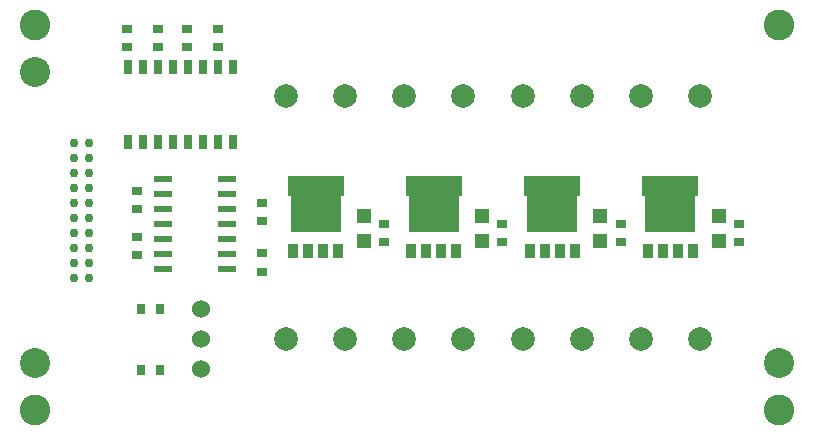
<source format=gbr>
G04 #@! TF.FileFunction,Soldermask,Top*
%FSLAX46Y46*%
G04 Gerber Fmt 4.6, Leading zero omitted, Abs format (unit mm)*
G04 Created by KiCad (PCBNEW 4.0.6-e0-6349~53~ubuntu14.04.1) date Sat Apr 15 22:34:14 2017*
%MOMM*%
%LPD*%
G01*
G04 APERTURE LIST*
%ADD10C,0.100000*%
%ADD11R,0.850000X1.300000*%
%ADD12R,4.850000X1.700000*%
%ADD13R,4.350000X3.450000*%
%ADD14C,2.000000*%
%ADD15C,1.524000*%
%ADD16C,2.600000*%
%ADD17R,0.787000X0.864000*%
%ADD18R,1.200000X1.200000*%
%ADD19R,0.864000X0.787000*%
%ADD20R,0.800000X1.200000*%
%ADD21R,1.500000X0.600000*%
%ADD22C,2.540000*%
%ADD23C,0.750000*%
G04 APERTURE END LIST*
D10*
D11*
X159165000Y-90125000D03*
X157895000Y-90125000D03*
X160435000Y-90125000D03*
D12*
X159800000Y-84650000D03*
D13*
X159800000Y-86850000D03*
D11*
X161705000Y-90125000D03*
X149165000Y-90125000D03*
X147895000Y-90125000D03*
X150435000Y-90125000D03*
D12*
X149800000Y-84650000D03*
D13*
X149800000Y-86850000D03*
D11*
X151705000Y-90125000D03*
X139165000Y-90125000D03*
X137895000Y-90125000D03*
X140435000Y-90125000D03*
D12*
X139800000Y-84650000D03*
D13*
X139800000Y-86850000D03*
D11*
X141705000Y-90125000D03*
X129165000Y-90125000D03*
X127895000Y-90125000D03*
X130435000Y-90125000D03*
D12*
X129800000Y-84650000D03*
D13*
X129800000Y-86850000D03*
D11*
X131705000Y-90125000D03*
D14*
X162300000Y-77000000D03*
X157300000Y-77000000D03*
X127300000Y-77000000D03*
X132300000Y-77000000D03*
X152300000Y-77000000D03*
X147300000Y-77000000D03*
X142300000Y-77000000D03*
X137300000Y-77000000D03*
D15*
X120100000Y-97600000D03*
X120100000Y-100140000D03*
X120100000Y-95060000D03*
D16*
X169000000Y-103600000D03*
X169000000Y-71000000D03*
X106000000Y-71000000D03*
X106000000Y-103600000D03*
D17*
X116574500Y-100200000D03*
X115025500Y-100200000D03*
X116574500Y-95000000D03*
X115025500Y-95000000D03*
D18*
X163900000Y-87150000D03*
X163900000Y-89250000D03*
X153900000Y-87150000D03*
X153900000Y-89250000D03*
X143900000Y-87150000D03*
X143900000Y-89250000D03*
X133900000Y-87150000D03*
X133900000Y-89250000D03*
D19*
X113800000Y-72874500D03*
X113800000Y-71325500D03*
X116400000Y-72874500D03*
X116400000Y-71325500D03*
X118900000Y-72874500D03*
X118900000Y-71325500D03*
X121500000Y-72874500D03*
X121500000Y-71325500D03*
X125200000Y-90325500D03*
X125200000Y-91874500D03*
X125200000Y-86025500D03*
X125200000Y-87574500D03*
X114700000Y-85025500D03*
X114700000Y-86574500D03*
X114700000Y-88925500D03*
X114700000Y-90474500D03*
X165600000Y-87825500D03*
X165600000Y-89374500D03*
X155600000Y-87825500D03*
X155600000Y-89374500D03*
X145600000Y-87825500D03*
X145600000Y-89374500D03*
X135600000Y-87825500D03*
X135600000Y-89374500D03*
D14*
X127300000Y-97600000D03*
X132300000Y-97600000D03*
X162300000Y-97600000D03*
X157300000Y-97600000D03*
X137300000Y-97600000D03*
X142300000Y-97600000D03*
X147300000Y-97600000D03*
X152300000Y-97600000D03*
D20*
X122745000Y-74550000D03*
X121475000Y-74550000D03*
X120205000Y-74550000D03*
X118935000Y-74550000D03*
X117665000Y-74550000D03*
X116395000Y-74550000D03*
X115125000Y-74550000D03*
X113855000Y-74550000D03*
X113855000Y-80850000D03*
X115125000Y-80850000D03*
X116395000Y-80850000D03*
X117665000Y-80850000D03*
X118935000Y-80850000D03*
X120205000Y-80850000D03*
X121475000Y-80850000D03*
X122745000Y-80850000D03*
D21*
X122300000Y-91610000D03*
X122300000Y-90340000D03*
X122300000Y-89070000D03*
X122300000Y-87800000D03*
X122300000Y-86530000D03*
X122300000Y-85260000D03*
X122300000Y-83990000D03*
X116900000Y-83990000D03*
X116900000Y-85260000D03*
X116900000Y-86530000D03*
X116900000Y-87800000D03*
X116900000Y-89070000D03*
X116900000Y-90340000D03*
X116900000Y-91610000D03*
D22*
X106000000Y-99600000D03*
X169000000Y-99600000D03*
X106000000Y-75000000D03*
D23*
X109365000Y-80985000D03*
X110635000Y-80985000D03*
X109365000Y-92415000D03*
X109365000Y-82255000D03*
X110635000Y-82255000D03*
X109365000Y-83525000D03*
X110635000Y-83525000D03*
X109365000Y-84795000D03*
X110635000Y-84795000D03*
X109365000Y-86065000D03*
X110635000Y-86065000D03*
X109365000Y-87335000D03*
X110635000Y-87335000D03*
X109365000Y-88605000D03*
X110635000Y-88605000D03*
X109365000Y-89875000D03*
X110635000Y-89875000D03*
X109365000Y-91145000D03*
X110635000Y-91145000D03*
X110635000Y-92415000D03*
M02*

</source>
